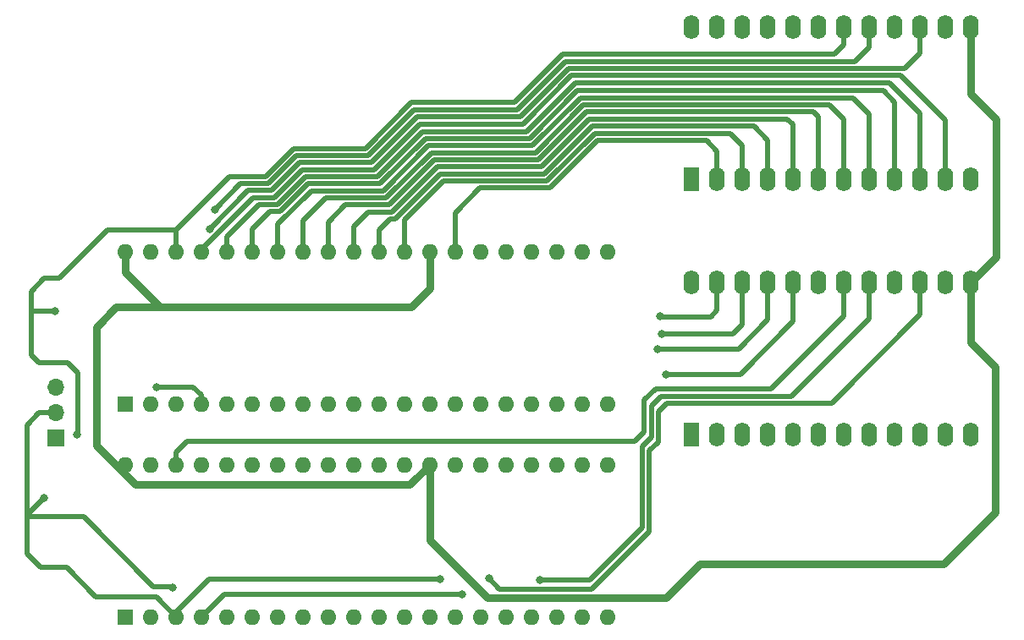
<source format=gbr>
%TF.GenerationSoftware,KiCad,Pcbnew,8.0.3*%
%TF.CreationDate,2024-06-29T10:30:53+02:00*%
%TF.ProjectId,adapter 8913-8910 triangle,61646170-7465-4722-9038-3931332d3839,rev?*%
%TF.SameCoordinates,Original*%
%TF.FileFunction,Copper,L1,Top*%
%TF.FilePolarity,Positive*%
%FSLAX46Y46*%
G04 Gerber Fmt 4.6, Leading zero omitted, Abs format (unit mm)*
G04 Created by KiCad (PCBNEW 8.0.3) date 2024-06-29 10:30:53*
%MOMM*%
%LPD*%
G01*
G04 APERTURE LIST*
%TA.AperFunction,ComponentPad*%
%ADD10R,1.600000X1.600000*%
%TD*%
%TA.AperFunction,ComponentPad*%
%ADD11O,1.600000X1.600000*%
%TD*%
%TA.AperFunction,ComponentPad*%
%ADD12R,1.600000X2.400000*%
%TD*%
%TA.AperFunction,ComponentPad*%
%ADD13O,1.600000X2.400000*%
%TD*%
%TA.AperFunction,ComponentPad*%
%ADD14R,1.700000X1.700000*%
%TD*%
%TA.AperFunction,ComponentPad*%
%ADD15O,1.700000X1.700000*%
%TD*%
%TA.AperFunction,ViaPad*%
%ADD16C,0.800000*%
%TD*%
%TA.AperFunction,Conductor*%
%ADD17C,0.508000*%
%TD*%
%TA.AperFunction,Conductor*%
%ADD18C,0.762000*%
%TD*%
G04 APERTURE END LIST*
D10*
%TO.P,U81,1,Vss*%
%TO.N,GND*%
X85525000Y-86635000D03*
D11*
%TO.P,U81,2,N/C*%
%TO.N,unconnected-(U81-N{slash}C-Pad2)*%
X88065000Y-86635000D03*
%TO.P,U81,3,ch_B*%
%TO.N,Net-(Audio_OUT_J1-Pin_1)*%
X90605000Y-86635000D03*
%TO.P,U81,4,ch_A*%
X93145000Y-86635000D03*
%TO.P,U81,5,N/C*%
%TO.N,unconnected-(U81-N{slash}C-Pad5)*%
X95685000Y-86635000D03*
%TO.P,U81,6,IOB7*%
%TO.N,unconnected-(U81-IOB7-Pad6)*%
X98225000Y-86635000D03*
%TO.P,U81,7,IOB6*%
%TO.N,unconnected-(U81-IOB6-Pad7)*%
X100765000Y-86635000D03*
%TO.P,U81,8,IOB5*%
%TO.N,unconnected-(U81-IOB5-Pad8)*%
X103305000Y-86635000D03*
%TO.P,U81,9,IOB4*%
%TO.N,unconnected-(U81-IOB4-Pad9)*%
X105845000Y-86635000D03*
%TO.P,U81,10,IOB3*%
%TO.N,unconnected-(U81-IOB3-Pad10)*%
X108385000Y-86635000D03*
%TO.P,U81,11,IOB2*%
%TO.N,unconnected-(U81-IOB2-Pad11)*%
X110925000Y-86635000D03*
%TO.P,U81,12,IOB1*%
%TO.N,unconnected-(U81-IOB1-Pad12)*%
X113465000Y-86635000D03*
%TO.P,U81,13,IOB0*%
%TO.N,unconnected-(U81-IOB0-Pad13)*%
X116005000Y-86635000D03*
%TO.P,U81,14,IOA7*%
%TO.N,unconnected-(U81-IOA7-Pad14)*%
X118545000Y-86635000D03*
%TO.P,U81,15,IOA6*%
%TO.N,unconnected-(U81-IOA6-Pad15)*%
X121085000Y-86635000D03*
%TO.P,U81,16,IOA5*%
%TO.N,unconnected-(U81-IOA5-Pad16)*%
X123625000Y-86635000D03*
%TO.P,U81,17,IOA4*%
%TO.N,unconnected-(U81-IOA4-Pad17)*%
X126165000Y-86635000D03*
%TO.P,U81,18,IOA3*%
%TO.N,unconnected-(U81-IOA3-Pad18)*%
X128705000Y-86635000D03*
%TO.P,U81,19,IOA2*%
%TO.N,unconnected-(U81-IOA2-Pad19)*%
X131245000Y-86635000D03*
%TO.P,U81,20,IOA1*%
%TO.N,unconnected-(U81-IOA1-Pad20)*%
X133785000Y-86635000D03*
%TO.P,U81,21,IOA0*%
%TO.N,unconnected-(U81-IOA0-Pad21)*%
X133785000Y-71395000D03*
%TO.P,U81,22,CLOCK*%
%TO.N,Net-(U8-CLOCK)*%
X131245000Y-71395000D03*
%TO.P,U81,23,~{RESET}*%
%TO.N,Net-(U8-~{RESET})*%
X128705000Y-71395000D03*
%TO.P,U81,24,~{A9}*%
%TO.N,Net-(U8-~{A9})*%
X126165000Y-71395000D03*
%TO.P,U81,25,A8*%
%TO.N,Net-(U8-A8)*%
X123625000Y-71395000D03*
%TO.P,U81,26,TEST2*%
%TO.N,unconnected-(U81-TEST2-Pad26)*%
X121085000Y-71395000D03*
%TO.P,U81,27,BDIR*%
%TO.N,Net-(U8-BDIR)*%
X118545000Y-71395000D03*
%TO.P,U81,28,BC2*%
%TO.N,+5V*%
X116005000Y-71395000D03*
%TO.P,U81,29,BC1*%
%TO.N,Net-(U8-BC1)*%
X113465000Y-71395000D03*
%TO.P,U81,30,D7*%
%TO.N,Net-(U8-D7)*%
X110925000Y-71395000D03*
%TO.P,U81,31,D6*%
%TO.N,Net-(U8-D6)*%
X108385000Y-71395000D03*
%TO.P,U81,32,D5*%
%TO.N,Net-(U8-D5)*%
X105845000Y-71395000D03*
%TO.P,U81,33,D4*%
%TO.N,Net-(U8-D4)*%
X103305000Y-71395000D03*
%TO.P,U81,34,D3*%
%TO.N,Net-(U8-D3)*%
X100765000Y-71395000D03*
%TO.P,U81,35,D2*%
%TO.N,Net-(U8-D2)*%
X98225000Y-71395000D03*
%TO.P,U81,36,D1*%
%TO.N,Net-(U8-D1)*%
X95685000Y-71395000D03*
%TO.P,U81,37,D0*%
%TO.N,Net-(U8-D0)*%
X93145000Y-71395000D03*
%TO.P,U81,38,ch_C*%
%TO.N,Net-(Audio_OUT_J1-Pin_1)*%
X90605000Y-71395000D03*
%TO.P,U81,39,TEST1*%
%TO.N,unconnected-(U81-TEST1-Pad39)*%
X88065000Y-71395000D03*
%TO.P,U81,40,Vcc*%
%TO.N,+5V*%
X85525000Y-71395000D03*
%TD*%
D10*
%TO.P,U71,1,Vss*%
%TO.N,GND*%
X85525000Y-107935000D03*
D11*
%TO.P,U71,2,N/C*%
%TO.N,unconnected-(U71-N{slash}C-Pad2)*%
X88065000Y-107935000D03*
%TO.P,U71,3,ch_B*%
%TO.N,Net-(Audio_OUT_J1-Pin_2)*%
X90605000Y-107935000D03*
%TO.P,U71,4,ch_A*%
X93145000Y-107935000D03*
%TO.P,U71,5,N/C*%
%TO.N,unconnected-(U71-N{slash}C-Pad5)*%
X95685000Y-107935000D03*
%TO.P,U71,6,IOB7*%
%TO.N,unconnected-(U71-IOB7-Pad6)*%
X98225000Y-107935000D03*
%TO.P,U71,7,IOB6*%
%TO.N,unconnected-(U71-IOB6-Pad7)*%
X100765000Y-107935000D03*
%TO.P,U71,8,IOB5*%
%TO.N,unconnected-(U71-IOB5-Pad8)*%
X103305000Y-107935000D03*
%TO.P,U71,9,IOB4*%
%TO.N,unconnected-(U71-IOB4-Pad9)*%
X105845000Y-107935000D03*
%TO.P,U71,10,IOB3*%
%TO.N,unconnected-(U71-IOB3-Pad10)*%
X108385000Y-107935000D03*
%TO.P,U71,11,IOB2*%
%TO.N,unconnected-(U71-IOB2-Pad11)*%
X110925000Y-107935000D03*
%TO.P,U71,12,IOB1*%
%TO.N,unconnected-(U71-IOB1-Pad12)*%
X113465000Y-107935000D03*
%TO.P,U71,13,IOB0*%
%TO.N,unconnected-(U71-IOB0-Pad13)*%
X116005000Y-107935000D03*
%TO.P,U71,14,IOA7*%
%TO.N,unconnected-(U71-IOA7-Pad14)*%
X118545000Y-107935000D03*
%TO.P,U71,15,IOA6*%
%TO.N,unconnected-(U71-IOA6-Pad15)*%
X121085000Y-107935000D03*
%TO.P,U71,16,IOA5*%
%TO.N,unconnected-(U71-IOA5-Pad16)*%
X123625000Y-107935000D03*
%TO.P,U71,17,IOA4*%
%TO.N,unconnected-(U71-IOA4-Pad17)*%
X126165000Y-107935000D03*
%TO.P,U71,18,IOA3*%
%TO.N,unconnected-(U71-IOA3-Pad18)*%
X128705000Y-107935000D03*
%TO.P,U71,19,IOA2*%
%TO.N,unconnected-(U71-IOA2-Pad19)*%
X131245000Y-107935000D03*
%TO.P,U71,20,IOA1*%
%TO.N,unconnected-(U71-IOA1-Pad20)*%
X133785000Y-107935000D03*
%TO.P,U71,21,IOA0*%
%TO.N,unconnected-(U71-IOA0-Pad21)*%
X133785000Y-92695000D03*
%TO.P,U71,22,CLOCK*%
%TO.N,Net-(U7-CLOCK)*%
X131245000Y-92695000D03*
%TO.P,U71,23,~{RESET}*%
%TO.N,Net-(U7-~{RESET})*%
X128705000Y-92695000D03*
%TO.P,U71,24,~{A9}*%
%TO.N,Net-(U7-~{A9})*%
X126165000Y-92695000D03*
%TO.P,U71,25,A8*%
%TO.N,Net-(U7-A8)*%
X123625000Y-92695000D03*
%TO.P,U71,26,TEST2*%
%TO.N,unconnected-(U71-TEST2-Pad26)*%
X121085000Y-92695000D03*
%TO.P,U71,27,BDIR*%
%TO.N,Net-(U7-BDIR)*%
X118545000Y-92695000D03*
%TO.P,U71,28,BC2*%
%TO.N,+5V*%
X116005000Y-92695000D03*
%TO.P,U71,29,BC1*%
%TO.N,Net-(U7-BC1)*%
X113465000Y-92695000D03*
%TO.P,U71,30,D7*%
%TO.N,Net-(U7-D7)*%
X110925000Y-92695000D03*
%TO.P,U71,31,D6*%
%TO.N,Net-(U7-D6)*%
X108385000Y-92695000D03*
%TO.P,U71,32,D5*%
%TO.N,Net-(U7-D5)*%
X105845000Y-92695000D03*
%TO.P,U71,33,D4*%
%TO.N,Net-(U7-D4)*%
X103305000Y-92695000D03*
%TO.P,U71,34,D3*%
%TO.N,Net-(U7-D3)*%
X100765000Y-92695000D03*
%TO.P,U71,35,D2*%
%TO.N,Net-(U7-D2)*%
X98225000Y-92695000D03*
%TO.P,U71,36,D1*%
%TO.N,Net-(U7-D1)*%
X95685000Y-92695000D03*
%TO.P,U71,37,D0*%
%TO.N,Net-(U7-D0)*%
X93145000Y-92695000D03*
%TO.P,U71,38,ch_C*%
%TO.N,Net-(Audio_OUT_J1-Pin_2)*%
X90605000Y-92695000D03*
%TO.P,U71,39,TEST1*%
%TO.N,unconnected-(U71-TEST1-Pad39)*%
X88065000Y-92695000D03*
%TO.P,U71,40,Vcc*%
%TO.N,+5V*%
X85525000Y-92695000D03*
%TD*%
D12*
%TO.P,U7,1,Vss*%
%TO.N,GND*%
X142185000Y-89695000D03*
D13*
%TO.P,U7,2,BDIR*%
%TO.N,Net-(U7-BDIR)*%
X144725000Y-89695000D03*
%TO.P,U7,3,BC1*%
%TO.N,Net-(U7-BC1)*%
X147265000Y-89695000D03*
%TO.P,U7,4,D7*%
%TO.N,Net-(U7-D7)*%
X149805000Y-89695000D03*
%TO.P,U7,5,D6*%
%TO.N,Net-(U7-D6)*%
X152345000Y-89695000D03*
%TO.P,U7,6,D5*%
%TO.N,Net-(U7-D5)*%
X154885000Y-89695000D03*
%TO.P,U7,7,D4*%
%TO.N,Net-(U7-D4)*%
X157425000Y-89695000D03*
%TO.P,U7,8,D3*%
%TO.N,Net-(U7-D3)*%
X159965000Y-89695000D03*
%TO.P,U7,9,D2*%
%TO.N,Net-(U7-D2)*%
X162505000Y-89695000D03*
%TO.P,U7,10,D1*%
%TO.N,Net-(U7-D1)*%
X165045000Y-89695000D03*
%TO.P,U7,11,D0*%
%TO.N,Net-(U7-D0)*%
X167585000Y-89695000D03*
%TO.P,U7,12,TEST_2*%
%TO.N,unconnected-(U7-TEST_2-Pad12)*%
X170125000Y-89695000D03*
%TO.P,U7,13,Vcc*%
%TO.N,+5V*%
X170125000Y-74455000D03*
%TO.P,U7,14,TEST_I*%
%TO.N,unconnected-(U7-TEST_I-Pad14)*%
X167585000Y-74455000D03*
%TO.P,U7,15,ch_B*%
%TO.N,Net-(Audio_OUT_J1-Pin_2)*%
X165045000Y-74455000D03*
%TO.P,U7,16,N/C*%
%TO.N,unconnected-(U7-N{slash}C-Pad16)*%
X162505000Y-74455000D03*
%TO.P,U7,17,ch_A*%
%TO.N,Net-(Audio_OUT_J1-Pin_2)*%
X159965000Y-74455000D03*
%TO.P,U7,18,ch_C*%
X157425000Y-74455000D03*
%TO.P,U7,19,Vss*%
%TO.N,GND*%
X154885000Y-74455000D03*
%TO.P,U7,20,CLOCK*%
%TO.N,Net-(U7-CLOCK)*%
X152345000Y-74455000D03*
%TO.P,U7,21,~{RESET}*%
%TO.N,Net-(U7-~{RESET})*%
X149805000Y-74455000D03*
%TO.P,U7,22,~{A9}*%
%TO.N,Net-(U7-~{A9})*%
X147265000Y-74455000D03*
%TO.P,U7,23,A8*%
%TO.N,Net-(U7-A8)*%
X144725000Y-74455000D03*
%TO.P,U7,24,~{CE}*%
%TO.N,GND*%
X142185000Y-74455000D03*
%TD*%
D12*
%TO.P,U8,1,Vss*%
%TO.N,GND*%
X142185000Y-64155000D03*
D13*
%TO.P,U8,2,BDIR*%
%TO.N,Net-(U8-BDIR)*%
X144725000Y-64155000D03*
%TO.P,U8,3,BC1*%
%TO.N,Net-(U8-BC1)*%
X147265000Y-64155000D03*
%TO.P,U8,4,D7*%
%TO.N,Net-(U8-D7)*%
X149805000Y-64155000D03*
%TO.P,U8,5,D6*%
%TO.N,Net-(U8-D6)*%
X152345000Y-64155000D03*
%TO.P,U8,6,D5*%
%TO.N,Net-(U8-D5)*%
X154885000Y-64155000D03*
%TO.P,U8,7,D4*%
%TO.N,Net-(U8-D4)*%
X157425000Y-64155000D03*
%TO.P,U8,8,D3*%
%TO.N,Net-(U8-D3)*%
X159965000Y-64155000D03*
%TO.P,U8,9,D2*%
%TO.N,Net-(U8-D2)*%
X162505000Y-64155000D03*
%TO.P,U8,10,D1*%
%TO.N,Net-(U8-D1)*%
X165045000Y-64155000D03*
%TO.P,U8,11,D0*%
%TO.N,Net-(U8-D0)*%
X167585000Y-64155000D03*
%TO.P,U8,12,TEST_2*%
%TO.N,unconnected-(U8-TEST_2-Pad12)*%
X170125000Y-64155000D03*
%TO.P,U8,13,Vcc*%
%TO.N,+5V*%
X170125000Y-48915000D03*
%TO.P,U8,14,TEST_I*%
%TO.N,unconnected-(U8-TEST_I-Pad14)*%
X167585000Y-48915000D03*
%TO.P,U8,15,ch_B*%
%TO.N,Net-(Audio_OUT_J1-Pin_1)*%
X165045000Y-48915000D03*
%TO.P,U8,16,N/C*%
%TO.N,unconnected-(U8-N{slash}C-Pad16)*%
X162505000Y-48915000D03*
%TO.P,U8,17,ch_A*%
%TO.N,Net-(Audio_OUT_J1-Pin_1)*%
X159965000Y-48915000D03*
%TO.P,U8,18,ch_C*%
X157425000Y-48915000D03*
%TO.P,U8,19,Vss*%
%TO.N,GND*%
X154885000Y-48915000D03*
%TO.P,U8,20,CLOCK*%
%TO.N,Net-(U8-CLOCK)*%
X152345000Y-48915000D03*
%TO.P,U8,21,~{RESET}*%
%TO.N,Net-(U8-~{RESET})*%
X149805000Y-48915000D03*
%TO.P,U8,22,~{A9}*%
%TO.N,Net-(U8-~{A9})*%
X147265000Y-48915000D03*
%TO.P,U8,23,A8*%
%TO.N,Net-(U8-A8)*%
X144725000Y-48915000D03*
%TO.P,U8,24,~{CE}*%
%TO.N,GND*%
X142185000Y-48915000D03*
%TD*%
D14*
%TO.P,Audio_OUT_J1,1,Pin_1*%
%TO.N,Net-(Audio_OUT_J1-Pin_1)*%
X78575000Y-90025000D03*
D15*
%TO.P,Audio_OUT_J1,2,Pin_2*%
%TO.N,Net-(Audio_OUT_J1-Pin_2)*%
X78575000Y-87485000D03*
%TO.P,Audio_OUT_J1,3,Pin_3*%
%TO.N,GND*%
X78575000Y-84945000D03*
%TD*%
D16*
%TO.N,Net-(Audio_OUT_J1-Pin_2)*%
X121920000Y-104100000D03*
X117000000Y-104150000D03*
X119200000Y-105650000D03*
X90225000Y-104995000D03*
X77405000Y-96005000D03*
X126975000Y-104245000D03*
%TO.N,Net-(Audio_OUT_J1-Pin_1)*%
X88665000Y-84935000D03*
X94455000Y-67145000D03*
X80700000Y-89700000D03*
X78500000Y-77300000D03*
X93945000Y-69105000D03*
%TO.N,Net-(U7-~{RESET})*%
X138773000Y-81145000D03*
%TO.N,Net-(U7-A8)*%
X139065000Y-77855000D03*
%TO.N,Net-(U7-~{A9})*%
X139165000Y-79635000D03*
%TO.N,Net-(U7-CLOCK)*%
X139627000Y-83650000D03*
%TD*%
D17*
%TO.N,Net-(Audio_OUT_J1-Pin_2)*%
X90605000Y-107455000D02*
X90605000Y-107935000D01*
X117000000Y-104150000D02*
X93910000Y-104150000D01*
X93910000Y-104150000D02*
X90605000Y-107455000D01*
X88620000Y-105950000D02*
X90605000Y-107935000D01*
X82580000Y-105950000D02*
X88620000Y-105950000D01*
X77055000Y-103015000D02*
X79645000Y-103015000D01*
X75685000Y-101645000D02*
X77055000Y-103015000D01*
X75685000Y-97725000D02*
X75685000Y-101645000D01*
X79645000Y-103015000D02*
X82580000Y-105950000D01*
X88345000Y-104945000D02*
X90175000Y-104945000D01*
X81335000Y-97935000D02*
X88345000Y-104945000D01*
X75895000Y-97935000D02*
X81335000Y-97935000D01*
X90175000Y-104945000D02*
X90225000Y-104995000D01*
X75685000Y-97725000D02*
X75895000Y-97935000D01*
%TO.N,Net-(Audio_OUT_J1-Pin_1)*%
X95975000Y-63835000D02*
X90605000Y-69205000D01*
X99565000Y-63835000D02*
X95975000Y-63835000D01*
X102365000Y-61035000D02*
X99565000Y-63835000D01*
X114139981Y-56453699D02*
X109558680Y-61035000D01*
X129285209Y-51611000D02*
X124442509Y-56453699D01*
X156469000Y-51611000D02*
X129285209Y-51611000D01*
X157425000Y-50655000D02*
X156469000Y-51611000D01*
X124442509Y-56453699D02*
X114139981Y-56453699D01*
X157425000Y-48915000D02*
X157425000Y-50655000D01*
X109558680Y-61035000D02*
X102365000Y-61035000D01*
X165045000Y-51505000D02*
X165045000Y-48915000D01*
X129871736Y-53027000D02*
X163523000Y-53027000D01*
X163523000Y-53027000D02*
X165045000Y-51505000D01*
X114726509Y-57869699D02*
X125029037Y-57869699D01*
X110145208Y-62451000D02*
X114726509Y-57869699D01*
X102951528Y-62451000D02*
X110145208Y-62451000D01*
X97799000Y-65251000D02*
X100151528Y-65251000D01*
X100151528Y-65251000D02*
X102951528Y-62451000D01*
X93945000Y-69105000D02*
X97799000Y-65251000D01*
X125029037Y-57869699D02*
X129871736Y-53027000D01*
D18*
%TO.N,+5V*%
X85525000Y-73425000D02*
X88985000Y-76885000D01*
X116005000Y-100245000D02*
X121750000Y-105990000D01*
X170125000Y-48915000D02*
X170125000Y-55595000D01*
X170125000Y-55595000D02*
X172665000Y-58135000D01*
X167365000Y-102635000D02*
X172565000Y-97435000D01*
X85525000Y-71395000D02*
X85525000Y-73425000D01*
X114135000Y-76885000D02*
X116005000Y-75015000D01*
X86525000Y-94695000D02*
X114005000Y-94695000D01*
X82600000Y-90770000D02*
X86525000Y-94695000D01*
X172665000Y-58135000D02*
X172665000Y-71915000D01*
X170125000Y-80495000D02*
X170125000Y-74455000D01*
X143005000Y-102635000D02*
X167365000Y-102635000D01*
X116005000Y-75015000D02*
X116005000Y-71395000D01*
X82600000Y-78900000D02*
X82600000Y-90770000D01*
X172565000Y-97435000D02*
X172565000Y-82935000D01*
X88985000Y-76885000D02*
X114135000Y-76885000D01*
X116005000Y-92695000D02*
X116005000Y-100245000D01*
X172665000Y-71915000D02*
X170125000Y-74455000D01*
X84615000Y-76885000D02*
X82600000Y-78900000D01*
X172565000Y-82935000D02*
X170125000Y-80495000D01*
X88985000Y-76885000D02*
X84615000Y-76885000D01*
X139650000Y-105990000D02*
X143005000Y-102635000D01*
X121750000Y-105990000D02*
X139650000Y-105990000D01*
X114005000Y-94695000D02*
X116005000Y-92695000D01*
D17*
%TO.N,Net-(Audio_OUT_J1-Pin_2)*%
X75685000Y-97725000D02*
X75685000Y-88715000D01*
X137965000Y-91335000D02*
X138873000Y-90427000D01*
X132005000Y-104245000D02*
X137257000Y-98993000D01*
X138165000Y-89935000D02*
X138165000Y-86785000D01*
X75685000Y-88715000D02*
X76915000Y-87485000D01*
X136450000Y-90400000D02*
X137457000Y-89393000D01*
X126975000Y-104245000D02*
X132005000Y-104245000D01*
X139115000Y-85835000D02*
X152185000Y-85835000D01*
X95430000Y-105650000D02*
X93145000Y-107935000D01*
X138573000Y-85127000D02*
X150143000Y-85127000D01*
X90605000Y-92695000D02*
X90605000Y-91495000D01*
X119200000Y-105650000D02*
X95430000Y-105650000D01*
X159965000Y-78055000D02*
X159965000Y-74455000D01*
X138165000Y-86785000D02*
X139115000Y-85835000D01*
X152185000Y-85835000D02*
X159965000Y-78055000D01*
X122975000Y-105155000D02*
X132195000Y-105155000D01*
X157425000Y-77845000D02*
X157425000Y-74455000D01*
X76915000Y-87485000D02*
X78575000Y-87485000D01*
X137257000Y-90843000D02*
X138165000Y-89935000D01*
X137457000Y-89393000D02*
X137457000Y-86243000D01*
X90605000Y-91495000D02*
X91700000Y-90400000D01*
X138873000Y-87377000D02*
X139707000Y-86543000D01*
X137257000Y-98993000D02*
X137257000Y-90843000D01*
X132195000Y-105155000D02*
X137965000Y-99385000D01*
X137965000Y-99385000D02*
X137965000Y-91335000D01*
X137457000Y-86243000D02*
X138573000Y-85127000D01*
X150143000Y-85127000D02*
X157425000Y-77845000D01*
X121920000Y-104100000D02*
X122975000Y-105155000D01*
X138873000Y-90427000D02*
X138873000Y-87377000D01*
X139707000Y-86543000D02*
X156197000Y-86543000D01*
X91700000Y-90400000D02*
X136450000Y-90400000D01*
X156197000Y-86543000D02*
X165045000Y-77695000D01*
X77405000Y-96005000D02*
X75685000Y-97725000D01*
X165045000Y-77695000D02*
X165045000Y-74455000D01*
%TO.N,Net-(Audio_OUT_J1-Pin_1)*%
X159925000Y-50915000D02*
X159925000Y-48955000D01*
X109851944Y-61743000D02*
X114433245Y-57161699D01*
X76085000Y-75375000D02*
X77410000Y-74050000D01*
X78900000Y-74050000D02*
X83750000Y-69200000D01*
X102658264Y-61743000D02*
X109851944Y-61743000D01*
X76085000Y-81715000D02*
X76085000Y-77500000D01*
X78500000Y-77300000D02*
X76285000Y-77300000D01*
X97037000Y-64543000D02*
X99858264Y-64543000D01*
X76285000Y-77300000D02*
X76085000Y-77500000D01*
X94455000Y-67145000D02*
X94455000Y-67125000D01*
X76085000Y-77500000D02*
X76085000Y-75375000D01*
X158521000Y-52319000D02*
X159925000Y-50915000D01*
X93145000Y-85745000D02*
X93145000Y-86635000D01*
X92335000Y-84935000D02*
X93145000Y-85745000D01*
X90605000Y-69205000D02*
X90605000Y-71395000D01*
X124735773Y-57161699D02*
X129578472Y-52319000D01*
X94455000Y-67125000D02*
X97037000Y-64543000D01*
X76870000Y-82500000D02*
X76085000Y-81715000D01*
X80700000Y-89700000D02*
X80765000Y-89635000D01*
X129578472Y-52319000D02*
X158521000Y-52319000D01*
X80765000Y-83465000D02*
X79800000Y-82500000D01*
X83750000Y-69200000D02*
X90600000Y-69200000D01*
X79800000Y-82500000D02*
X76870000Y-82500000D01*
X114433245Y-57161699D02*
X124735773Y-57161699D01*
X77410000Y-74050000D02*
X78900000Y-74050000D01*
X80765000Y-89635000D02*
X80765000Y-83465000D01*
X99858264Y-64543000D02*
X102658264Y-61743000D01*
X90600000Y-69200000D02*
X90605000Y-69205000D01*
X88665000Y-84935000D02*
X92335000Y-84935000D01*
%TO.N,Net-(U8-D0)*%
X115019773Y-58577699D02*
X125322301Y-58577699D01*
X93145000Y-71145000D02*
X98331000Y-65959000D01*
X165875000Y-56505000D02*
X165875000Y-56515000D01*
X130165000Y-53735000D02*
X163105000Y-53735000D01*
X167585000Y-58225000D02*
X167585000Y-64155000D01*
X103244792Y-63159000D02*
X110438472Y-63159000D01*
X110438472Y-63159000D02*
X115019773Y-58577699D01*
X163105000Y-53735000D02*
X165875000Y-56505000D01*
X165875000Y-56515000D02*
X167585000Y-58225000D01*
X125322301Y-58577699D02*
X130165000Y-53735000D01*
X100444792Y-65959000D02*
X103244792Y-63159000D01*
X98331000Y-65959000D02*
X100444792Y-65959000D01*
%TO.N,Net-(U8-D7)*%
X117023319Y-63583000D02*
X127432584Y-63583000D01*
X110925000Y-69175000D02*
X111985000Y-68115000D01*
X148403000Y-58783000D02*
X149805000Y-60185000D01*
X127432584Y-63583000D02*
X132232584Y-58783000D01*
X149805000Y-60185000D02*
X149805000Y-64155000D01*
X111985000Y-68115000D02*
X112491319Y-68115000D01*
X110925000Y-71395000D02*
X110925000Y-69175000D01*
X112491319Y-68115000D02*
X117023319Y-63583000D01*
X132232584Y-58783000D02*
X148403000Y-58783000D01*
%TO.N,Net-(U8-BDIR)*%
X132774480Y-60243632D02*
X143663632Y-60243632D01*
X128019112Y-64999000D02*
X132774480Y-60243632D01*
X143663632Y-60243632D02*
X144725000Y-61305000D01*
X144725000Y-61305000D02*
X144725000Y-64155000D01*
X121031000Y-64999000D02*
X128019112Y-64999000D01*
X118545000Y-71395000D02*
X118545000Y-67485000D01*
X118545000Y-67485000D02*
X121031000Y-64999000D01*
%TO.N,Net-(U8-D2)*%
X125966264Y-60043000D02*
X130766264Y-55243000D01*
X162505000Y-56383000D02*
X162505000Y-64155000D01*
X99975000Y-67375000D02*
X101031320Y-67375000D01*
X98225000Y-69125000D02*
X99975000Y-67375000D01*
X98225000Y-71395000D02*
X98225000Y-69125000D01*
X101031320Y-67375000D02*
X103831320Y-64575000D01*
X115557000Y-60043000D02*
X125966264Y-60043000D01*
X111025000Y-64575000D02*
X115557000Y-60043000D01*
X130766264Y-55243000D02*
X161365000Y-55243000D01*
X103831320Y-64575000D02*
X111025000Y-64575000D01*
X161365000Y-55243000D02*
X162505000Y-56383000D01*
%TO.N,Net-(U8-D5)*%
X131646056Y-57367000D02*
X154365000Y-57367000D01*
X105845000Y-71395000D02*
X105845000Y-68405000D01*
X107551000Y-66699000D02*
X111904791Y-66699000D01*
X126846056Y-62167000D02*
X131646056Y-57367000D01*
X154885000Y-57887000D02*
X154885000Y-64155000D01*
X116436791Y-62167000D02*
X126846056Y-62167000D01*
X105845000Y-68405000D02*
X107551000Y-66699000D01*
X154365000Y-57367000D02*
X154885000Y-57887000D01*
X111904791Y-66699000D02*
X116436791Y-62167000D01*
%TO.N,Net-(U8-D6)*%
X108385000Y-71395000D02*
X108385000Y-68865000D01*
X127139320Y-62875000D02*
X131939320Y-58075000D01*
X152345000Y-58655000D02*
X152345000Y-64155000D01*
X131939320Y-58075000D02*
X151765000Y-58075000D01*
X116730055Y-62875000D02*
X127139320Y-62875000D01*
X109843000Y-67407000D02*
X112198055Y-67407000D01*
X112198055Y-67407000D02*
X116730055Y-62875000D01*
X151765000Y-58075000D02*
X152345000Y-58655000D01*
X108385000Y-68865000D02*
X109843000Y-67407000D01*
%TO.N,Net-(U8-BC1)*%
X127725848Y-64291000D02*
X132481216Y-59535632D01*
X113465000Y-68156264D02*
X117330264Y-64291000D01*
X113465000Y-71395000D02*
X113465000Y-68156264D01*
X147265000Y-60755000D02*
X147265000Y-64155000D01*
X117330264Y-64291000D02*
X127725848Y-64291000D01*
X146045632Y-59535632D02*
X147265000Y-60755000D01*
X132481216Y-59535632D02*
X146045632Y-59535632D01*
%TO.N,Net-(U8-D4)*%
X103305000Y-71395000D02*
X103305000Y-68265000D01*
X103305000Y-68265000D02*
X105579000Y-65991000D01*
X155989000Y-56659000D02*
X157425000Y-58095000D01*
X116143528Y-61459000D02*
X126552792Y-61459000D01*
X131352792Y-56659000D02*
X155989000Y-56659000D01*
X157425000Y-58095000D02*
X157425000Y-64155000D01*
X126552792Y-61459000D02*
X131352792Y-56659000D01*
X111611528Y-65991000D02*
X116143528Y-61459000D01*
X105579000Y-65991000D02*
X111611528Y-65991000D01*
%TO.N,Net-(U8-D3)*%
X111318264Y-65283000D02*
X115850264Y-60751000D01*
X100765000Y-68642584D02*
X104124584Y-65283000D01*
X159965000Y-57575000D02*
X159965000Y-64155000D01*
X100765000Y-71395000D02*
X100765000Y-68642584D01*
X104124584Y-65283000D02*
X111318264Y-65283000D01*
X115850264Y-60751000D02*
X126259528Y-60751000D01*
X158341000Y-55951000D02*
X159965000Y-57575000D01*
X126259528Y-60751000D02*
X131059528Y-55951000D01*
X131059528Y-55951000D02*
X158341000Y-55951000D01*
%TO.N,Net-(U8-D1)*%
X98903000Y-66667000D02*
X100738056Y-66667000D01*
X165045000Y-57515000D02*
X165045000Y-64155000D01*
X110731736Y-63867000D02*
X115263736Y-59335000D01*
X95685000Y-69885000D02*
X98903000Y-66667000D01*
X130565000Y-54443000D02*
X161973000Y-54443000D01*
X161973000Y-54443000D02*
X165045000Y-57515000D01*
X95685000Y-71395000D02*
X95685000Y-69885000D01*
X125673000Y-59335000D02*
X130565000Y-54443000D01*
X115263736Y-59335000D02*
X125673000Y-59335000D01*
X100738056Y-66667000D02*
X103538056Y-63867000D01*
X103538056Y-63867000D02*
X110731736Y-63867000D01*
%TO.N,Net-(U7-~{RESET})*%
X146865000Y-81145000D02*
X149805000Y-78205000D01*
X138773000Y-81145000D02*
X146865000Y-81145000D01*
X149805000Y-78205000D02*
X149805000Y-74455000D01*
%TO.N,Net-(U7-A8)*%
X139065000Y-77855000D02*
X139115000Y-77905000D01*
X139115000Y-77905000D02*
X144095000Y-77905000D01*
X144725000Y-77275000D02*
X144725000Y-74455000D01*
X144095000Y-77905000D02*
X144725000Y-77275000D01*
%TO.N,Net-(U7-~{A9})*%
X147265000Y-78655000D02*
X146285000Y-79635000D01*
X147265000Y-74455000D02*
X147265000Y-78655000D01*
X146285000Y-79635000D02*
X139165000Y-79635000D01*
%TO.N,Net-(U7-CLOCK)*%
X139627000Y-83650000D02*
X147050000Y-83650000D01*
X152345000Y-78355000D02*
X152345000Y-74455000D01*
X147050000Y-83650000D02*
X152345000Y-78355000D01*
%TD*%
M02*

</source>
